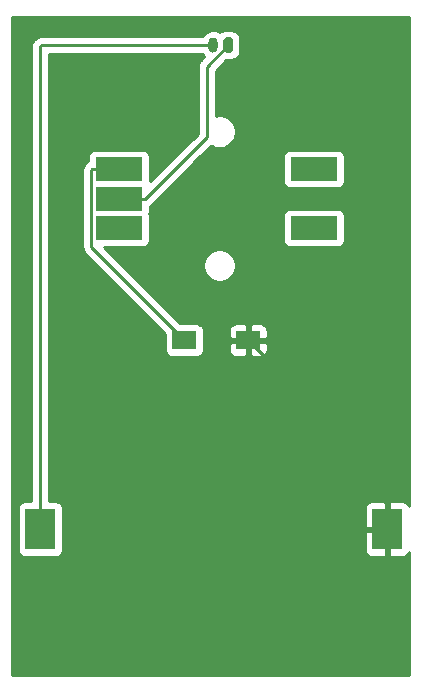
<source format=gbr>
%TF.GenerationSoftware,KiCad,Pcbnew,(5.1.10)-1*%
%TF.CreationDate,2022-04-29T17:39:29-06:00*%
%TF.ProjectId,CTRL,4354524c-2e6b-4696-9361-645f70636258,rev?*%
%TF.SameCoordinates,Original*%
%TF.FileFunction,Copper,L1,Top*%
%TF.FilePolarity,Positive*%
%FSLAX46Y46*%
G04 Gerber Fmt 4.6, Leading zero omitted, Abs format (unit mm)*
G04 Created by KiCad (PCBNEW (5.1.10)-1) date 2022-04-29 17:39:29*
%MOMM*%
%LPD*%
G01*
G04 APERTURE LIST*
%TA.AperFunction,SMDPad,CuDef*%
%ADD10R,2.000000X1.600000*%
%TD*%
%TA.AperFunction,SMDPad,CuDef*%
%ADD11R,4.000000X2.000000*%
%TD*%
%TA.AperFunction,ComponentPad*%
%ADD12O,0.800000X1.300000*%
%TD*%
%TA.AperFunction,SMDPad,CuDef*%
%ADD13R,2.540000X3.510000*%
%TD*%
%TA.AperFunction,Conductor*%
%ADD14C,0.250000*%
%TD*%
%TA.AperFunction,Conductor*%
%ADD15C,0.254000*%
%TD*%
%TA.AperFunction,Conductor*%
%ADD16C,0.100000*%
%TD*%
G04 APERTURE END LIST*
D10*
%TO.P,SW1,1*%
%TO.N,Net-(BT1-Pad1)*%
X120700000Y-78000000D03*
%TO.P,SW1,2*%
%TO.N,Net-(RV1-Pad1)*%
X115300000Y-78000000D03*
%TD*%
D11*
%TO.P,RV1,5*%
%TO.N,N/C*%
X126250000Y-68500000D03*
%TO.P,RV1,4*%
X126250000Y-63500000D03*
%TO.P,RV1,3*%
%TO.N,Net-(RV1-Pad3)*%
X109750000Y-68500000D03*
%TO.P,RV1,2*%
%TO.N,Net-(J2-Pad1)*%
X109750000Y-66000000D03*
%TO.P,RV1,1*%
%TO.N,Net-(RV1-Pad1)*%
X109750000Y-63500000D03*
%TD*%
D12*
%TO.P,J2,2*%
%TO.N,Net-(BT1-Pad2)*%
X117750000Y-53000000D03*
%TO.P,J2,1*%
%TO.N,Net-(J2-Pad1)*%
%TA.AperFunction,ComponentPad*%
G36*
G01*
X119400000Y-52550000D02*
X119400000Y-53450000D01*
G75*
G02*
X119200000Y-53650000I-200000J0D01*
G01*
X118800000Y-53650000D01*
G75*
G02*
X118600000Y-53450000I0J200000D01*
G01*
X118600000Y-52550000D01*
G75*
G02*
X118800000Y-52350000I200000J0D01*
G01*
X119200000Y-52350000D01*
G75*
G02*
X119400000Y-52550000I0J-200000D01*
G01*
G37*
%TD.AperFunction*%
%TD*%
D13*
%TO.P,BT1,2*%
%TO.N,Net-(BT1-Pad2)*%
X103100000Y-94000000D03*
%TO.P,BT1,1*%
%TO.N,Net-(BT1-Pad1)*%
X132460000Y-94000000D03*
%TD*%
D14*
%TO.N,Net-(BT1-Pad2)*%
X103100000Y-94000000D02*
X103100000Y-53100000D01*
X103200000Y-53000000D02*
X117750000Y-53000000D01*
X103100000Y-53100000D02*
X103200000Y-53000000D01*
%TO.N,Net-(BT1-Pad1)*%
X132460000Y-89760000D02*
X120700000Y-78000000D01*
X132460000Y-94000000D02*
X132460000Y-89760000D01*
%TO.N,Net-(J2-Pad1)*%
X119000000Y-53025318D02*
X119000000Y-53000000D01*
X117174999Y-54850319D02*
X119000000Y-53025318D01*
X117174999Y-60825001D02*
X117174999Y-54850319D01*
X112000000Y-66000000D02*
X117174999Y-60825001D01*
X109750000Y-66000000D02*
X112000000Y-66000000D01*
%TO.N,Net-(RV1-Pad1)*%
X107424999Y-70124999D02*
X115300000Y-78000000D01*
X107500000Y-63500000D02*
X107424999Y-63575001D01*
X107424999Y-63575001D02*
X107424999Y-70124999D01*
X109750000Y-63500000D02*
X107500000Y-63500000D01*
%TD*%
D15*
%TO.N,Net-(BT1-Pad1)*%
X134340001Y-92068395D02*
X134319502Y-92000820D01*
X134260537Y-91890506D01*
X134181185Y-91793815D01*
X134084494Y-91714463D01*
X133974180Y-91655498D01*
X133854482Y-91619188D01*
X133730000Y-91606928D01*
X132745750Y-91610000D01*
X132587000Y-91768750D01*
X132587000Y-93873000D01*
X132607000Y-93873000D01*
X132607000Y-94127000D01*
X132587000Y-94127000D01*
X132587000Y-96231250D01*
X132745750Y-96390000D01*
X133730000Y-96393072D01*
X133854482Y-96380812D01*
X133974180Y-96344502D01*
X134084494Y-96285537D01*
X134181185Y-96206185D01*
X134260537Y-96109494D01*
X134319502Y-95999180D01*
X134340001Y-95931605D01*
X134340001Y-106340000D01*
X100660000Y-106340000D01*
X100660000Y-92245000D01*
X101191928Y-92245000D01*
X101191928Y-95755000D01*
X101204188Y-95879482D01*
X101240498Y-95999180D01*
X101299463Y-96109494D01*
X101378815Y-96206185D01*
X101475506Y-96285537D01*
X101585820Y-96344502D01*
X101705518Y-96380812D01*
X101830000Y-96393072D01*
X104370000Y-96393072D01*
X104494482Y-96380812D01*
X104614180Y-96344502D01*
X104724494Y-96285537D01*
X104821185Y-96206185D01*
X104900537Y-96109494D01*
X104959502Y-95999180D01*
X104995812Y-95879482D01*
X105008072Y-95755000D01*
X130551928Y-95755000D01*
X130564188Y-95879482D01*
X130600498Y-95999180D01*
X130659463Y-96109494D01*
X130738815Y-96206185D01*
X130835506Y-96285537D01*
X130945820Y-96344502D01*
X131065518Y-96380812D01*
X131190000Y-96393072D01*
X132174250Y-96390000D01*
X132333000Y-96231250D01*
X132333000Y-94127000D01*
X130713750Y-94127000D01*
X130555000Y-94285750D01*
X130551928Y-95755000D01*
X105008072Y-95755000D01*
X105008072Y-92245000D01*
X130551928Y-92245000D01*
X130555000Y-93714250D01*
X130713750Y-93873000D01*
X132333000Y-93873000D01*
X132333000Y-91768750D01*
X132174250Y-91610000D01*
X131190000Y-91606928D01*
X131065518Y-91619188D01*
X130945820Y-91655498D01*
X130835506Y-91714463D01*
X130738815Y-91793815D01*
X130659463Y-91890506D01*
X130600498Y-92000820D01*
X130564188Y-92120518D01*
X130551928Y-92245000D01*
X105008072Y-92245000D01*
X104995812Y-92120518D01*
X104959502Y-92000820D01*
X104900537Y-91890506D01*
X104821185Y-91793815D01*
X104724494Y-91714463D01*
X104614180Y-91655498D01*
X104494482Y-91619188D01*
X104370000Y-91606928D01*
X103860000Y-91606928D01*
X103860000Y-53760000D01*
X116849028Y-53760000D01*
X116885266Y-53827797D01*
X116992299Y-53958218D01*
X116663997Y-54286520D01*
X116634999Y-54310318D01*
X116611201Y-54339316D01*
X116611200Y-54339317D01*
X116540025Y-54426043D01*
X116469453Y-54558073D01*
X116425997Y-54701334D01*
X116411323Y-54850319D01*
X116415000Y-54887651D01*
X116414999Y-60510199D01*
X112384016Y-64541183D01*
X112388072Y-64500000D01*
X112388072Y-62500000D01*
X112375812Y-62375518D01*
X112339502Y-62255820D01*
X112280537Y-62145506D01*
X112201185Y-62048815D01*
X112104494Y-61969463D01*
X111994180Y-61910498D01*
X111874482Y-61874188D01*
X111750000Y-61861928D01*
X107750000Y-61861928D01*
X107625518Y-61874188D01*
X107505820Y-61910498D01*
X107395506Y-61969463D01*
X107298815Y-62048815D01*
X107219463Y-62145506D01*
X107160498Y-62255820D01*
X107124188Y-62375518D01*
X107111928Y-62500000D01*
X107111928Y-62845674D01*
X107075724Y-62865026D01*
X106959999Y-62959999D01*
X106936199Y-62988999D01*
X106913999Y-63011199D01*
X106884998Y-63035000D01*
X106829870Y-63102175D01*
X106790025Y-63150725D01*
X106759543Y-63207753D01*
X106719453Y-63282755D01*
X106675996Y-63426016D01*
X106664999Y-63537669D01*
X106664999Y-63537679D01*
X106661323Y-63575001D01*
X106664999Y-63612324D01*
X106665000Y-70087667D01*
X106661323Y-70124999D01*
X106675997Y-70273984D01*
X106719453Y-70417245D01*
X106790025Y-70549275D01*
X106861200Y-70636001D01*
X106884999Y-70665000D01*
X106913997Y-70688798D01*
X113661928Y-77436730D01*
X113661928Y-78800000D01*
X113674188Y-78924482D01*
X113710498Y-79044180D01*
X113769463Y-79154494D01*
X113848815Y-79251185D01*
X113945506Y-79330537D01*
X114055820Y-79389502D01*
X114175518Y-79425812D01*
X114300000Y-79438072D01*
X116300000Y-79438072D01*
X116424482Y-79425812D01*
X116544180Y-79389502D01*
X116654494Y-79330537D01*
X116751185Y-79251185D01*
X116830537Y-79154494D01*
X116889502Y-79044180D01*
X116925812Y-78924482D01*
X116938072Y-78800000D01*
X119061928Y-78800000D01*
X119074188Y-78924482D01*
X119110498Y-79044180D01*
X119169463Y-79154494D01*
X119248815Y-79251185D01*
X119345506Y-79330537D01*
X119455820Y-79389502D01*
X119575518Y-79425812D01*
X119700000Y-79438072D01*
X120414250Y-79435000D01*
X120573000Y-79276250D01*
X120573000Y-78127000D01*
X120827000Y-78127000D01*
X120827000Y-79276250D01*
X120985750Y-79435000D01*
X121700000Y-79438072D01*
X121824482Y-79425812D01*
X121944180Y-79389502D01*
X122054494Y-79330537D01*
X122151185Y-79251185D01*
X122230537Y-79154494D01*
X122289502Y-79044180D01*
X122325812Y-78924482D01*
X122338072Y-78800000D01*
X122335000Y-78285750D01*
X122176250Y-78127000D01*
X120827000Y-78127000D01*
X120573000Y-78127000D01*
X119223750Y-78127000D01*
X119065000Y-78285750D01*
X119061928Y-78800000D01*
X116938072Y-78800000D01*
X116938072Y-77200000D01*
X119061928Y-77200000D01*
X119065000Y-77714250D01*
X119223750Y-77873000D01*
X120573000Y-77873000D01*
X120573000Y-76723750D01*
X120827000Y-76723750D01*
X120827000Y-77873000D01*
X122176250Y-77873000D01*
X122335000Y-77714250D01*
X122338072Y-77200000D01*
X122325812Y-77075518D01*
X122289502Y-76955820D01*
X122230537Y-76845506D01*
X122151185Y-76748815D01*
X122054494Y-76669463D01*
X121944180Y-76610498D01*
X121824482Y-76574188D01*
X121700000Y-76561928D01*
X120985750Y-76565000D01*
X120827000Y-76723750D01*
X120573000Y-76723750D01*
X120414250Y-76565000D01*
X119700000Y-76561928D01*
X119575518Y-76574188D01*
X119455820Y-76610498D01*
X119345506Y-76669463D01*
X119248815Y-76748815D01*
X119169463Y-76845506D01*
X119110498Y-76955820D01*
X119074188Y-77075518D01*
X119061928Y-77200000D01*
X116938072Y-77200000D01*
X116925812Y-77075518D01*
X116889502Y-76955820D01*
X116830537Y-76845506D01*
X116751185Y-76748815D01*
X116654494Y-76669463D01*
X116544180Y-76610498D01*
X116424482Y-76574188D01*
X116300000Y-76561928D01*
X114936730Y-76561928D01*
X109888391Y-71513589D01*
X116865000Y-71513589D01*
X116865000Y-71786411D01*
X116918225Y-72053989D01*
X117022629Y-72306043D01*
X117174201Y-72532886D01*
X117367114Y-72725799D01*
X117593957Y-72877371D01*
X117846011Y-72981775D01*
X118113589Y-73035000D01*
X118386411Y-73035000D01*
X118653989Y-72981775D01*
X118906043Y-72877371D01*
X119132886Y-72725799D01*
X119325799Y-72532886D01*
X119477371Y-72306043D01*
X119581775Y-72053989D01*
X119635000Y-71786411D01*
X119635000Y-71513589D01*
X119581775Y-71246011D01*
X119477371Y-70993957D01*
X119325799Y-70767114D01*
X119132886Y-70574201D01*
X118906043Y-70422629D01*
X118653989Y-70318225D01*
X118386411Y-70265000D01*
X118113589Y-70265000D01*
X117846011Y-70318225D01*
X117593957Y-70422629D01*
X117367114Y-70574201D01*
X117174201Y-70767114D01*
X117022629Y-70993957D01*
X116918225Y-71246011D01*
X116865000Y-71513589D01*
X109888391Y-71513589D01*
X108512873Y-70138072D01*
X111750000Y-70138072D01*
X111874482Y-70125812D01*
X111994180Y-70089502D01*
X112104494Y-70030537D01*
X112201185Y-69951185D01*
X112280537Y-69854494D01*
X112339502Y-69744180D01*
X112375812Y-69624482D01*
X112388072Y-69500000D01*
X112388072Y-67500000D01*
X123611928Y-67500000D01*
X123611928Y-69500000D01*
X123624188Y-69624482D01*
X123660498Y-69744180D01*
X123719463Y-69854494D01*
X123798815Y-69951185D01*
X123895506Y-70030537D01*
X124005820Y-70089502D01*
X124125518Y-70125812D01*
X124250000Y-70138072D01*
X128250000Y-70138072D01*
X128374482Y-70125812D01*
X128494180Y-70089502D01*
X128604494Y-70030537D01*
X128701185Y-69951185D01*
X128780537Y-69854494D01*
X128839502Y-69744180D01*
X128875812Y-69624482D01*
X128888072Y-69500000D01*
X128888072Y-67500000D01*
X128875812Y-67375518D01*
X128839502Y-67255820D01*
X128780537Y-67145506D01*
X128701185Y-67048815D01*
X128604494Y-66969463D01*
X128494180Y-66910498D01*
X128374482Y-66874188D01*
X128250000Y-66861928D01*
X124250000Y-66861928D01*
X124125518Y-66874188D01*
X124005820Y-66910498D01*
X123895506Y-66969463D01*
X123798815Y-67048815D01*
X123719463Y-67145506D01*
X123660498Y-67255820D01*
X123624188Y-67375518D01*
X123611928Y-67500000D01*
X112388072Y-67500000D01*
X112375812Y-67375518D01*
X112339502Y-67255820D01*
X112336391Y-67250000D01*
X112339502Y-67244180D01*
X112375812Y-67124482D01*
X112388072Y-67000000D01*
X112388072Y-66654326D01*
X112424276Y-66634974D01*
X112540001Y-66540001D01*
X112563804Y-66510997D01*
X116574801Y-62500000D01*
X123611928Y-62500000D01*
X123611928Y-64500000D01*
X123624188Y-64624482D01*
X123660498Y-64744180D01*
X123719463Y-64854494D01*
X123798815Y-64951185D01*
X123895506Y-65030537D01*
X124005820Y-65089502D01*
X124125518Y-65125812D01*
X124250000Y-65138072D01*
X128250000Y-65138072D01*
X128374482Y-65125812D01*
X128494180Y-65089502D01*
X128604494Y-65030537D01*
X128701185Y-64951185D01*
X128780537Y-64854494D01*
X128839502Y-64744180D01*
X128875812Y-64624482D01*
X128888072Y-64500000D01*
X128888072Y-62500000D01*
X128875812Y-62375518D01*
X128839502Y-62255820D01*
X128780537Y-62145506D01*
X128701185Y-62048815D01*
X128604494Y-61969463D01*
X128494180Y-61910498D01*
X128374482Y-61874188D01*
X128250000Y-61861928D01*
X124250000Y-61861928D01*
X124125518Y-61874188D01*
X124005820Y-61910498D01*
X123895506Y-61969463D01*
X123798815Y-62048815D01*
X123719463Y-62145506D01*
X123660498Y-62255820D01*
X123624188Y-62375518D01*
X123611928Y-62500000D01*
X116574801Y-62500000D01*
X117536094Y-61538708D01*
X117593957Y-61577371D01*
X117846011Y-61681775D01*
X118113589Y-61735000D01*
X118386411Y-61735000D01*
X118653989Y-61681775D01*
X118906043Y-61577371D01*
X119132886Y-61425799D01*
X119325799Y-61232886D01*
X119477371Y-61006043D01*
X119581775Y-60753989D01*
X119635000Y-60486411D01*
X119635000Y-60213589D01*
X119581775Y-59946011D01*
X119477371Y-59693957D01*
X119325799Y-59467114D01*
X119132886Y-59274201D01*
X118906043Y-59122629D01*
X118653989Y-59018225D01*
X118386411Y-58965000D01*
X118113589Y-58965000D01*
X117934999Y-59000524D01*
X117934999Y-55165120D01*
X118812048Y-54288072D01*
X119200000Y-54288072D01*
X119363500Y-54271969D01*
X119520716Y-54224278D01*
X119665608Y-54146831D01*
X119792606Y-54042606D01*
X119896831Y-53915608D01*
X119974278Y-53770716D01*
X120021969Y-53613500D01*
X120038072Y-53450000D01*
X120038072Y-52550000D01*
X120021969Y-52386500D01*
X119974278Y-52229284D01*
X119896831Y-52084392D01*
X119792606Y-51957394D01*
X119665608Y-51853169D01*
X119520716Y-51775722D01*
X119363500Y-51728031D01*
X119200000Y-51711928D01*
X118800000Y-51711928D01*
X118636500Y-51728031D01*
X118479284Y-51775722D01*
X118334392Y-51853169D01*
X118308106Y-51874741D01*
X118147993Y-51789159D01*
X117952895Y-51729976D01*
X117750000Y-51709993D01*
X117547106Y-51729976D01*
X117352008Y-51789159D01*
X117172204Y-51885266D01*
X117014605Y-52014604D01*
X116885267Y-52172203D01*
X116849028Y-52240000D01*
X103237322Y-52240000D01*
X103199999Y-52236324D01*
X103162677Y-52240000D01*
X103162667Y-52240000D01*
X103051014Y-52250997D01*
X102907753Y-52294454D01*
X102775724Y-52365026D01*
X102659999Y-52459999D01*
X102636196Y-52489003D01*
X102588998Y-52536201D01*
X102560000Y-52559999D01*
X102536202Y-52588997D01*
X102536201Y-52588998D01*
X102465026Y-52675724D01*
X102394454Y-52807754D01*
X102350998Y-52951015D01*
X102336324Y-53100000D01*
X102340001Y-53137333D01*
X102340000Y-91606928D01*
X101830000Y-91606928D01*
X101705518Y-91619188D01*
X101585820Y-91655498D01*
X101475506Y-91714463D01*
X101378815Y-91793815D01*
X101299463Y-91890506D01*
X101240498Y-92000820D01*
X101204188Y-92120518D01*
X101191928Y-92245000D01*
X100660000Y-92245000D01*
X100660000Y-50660000D01*
X134340000Y-50660000D01*
X134340001Y-92068395D01*
%TA.AperFunction,Conductor*%
D16*
G36*
X134340001Y-92068395D02*
G01*
X134319502Y-92000820D01*
X134260537Y-91890506D01*
X134181185Y-91793815D01*
X134084494Y-91714463D01*
X133974180Y-91655498D01*
X133854482Y-91619188D01*
X133730000Y-91606928D01*
X132745750Y-91610000D01*
X132587000Y-91768750D01*
X132587000Y-93873000D01*
X132607000Y-93873000D01*
X132607000Y-94127000D01*
X132587000Y-94127000D01*
X132587000Y-96231250D01*
X132745750Y-96390000D01*
X133730000Y-96393072D01*
X133854482Y-96380812D01*
X133974180Y-96344502D01*
X134084494Y-96285537D01*
X134181185Y-96206185D01*
X134260537Y-96109494D01*
X134319502Y-95999180D01*
X134340001Y-95931605D01*
X134340001Y-106340000D01*
X100660000Y-106340000D01*
X100660000Y-92245000D01*
X101191928Y-92245000D01*
X101191928Y-95755000D01*
X101204188Y-95879482D01*
X101240498Y-95999180D01*
X101299463Y-96109494D01*
X101378815Y-96206185D01*
X101475506Y-96285537D01*
X101585820Y-96344502D01*
X101705518Y-96380812D01*
X101830000Y-96393072D01*
X104370000Y-96393072D01*
X104494482Y-96380812D01*
X104614180Y-96344502D01*
X104724494Y-96285537D01*
X104821185Y-96206185D01*
X104900537Y-96109494D01*
X104959502Y-95999180D01*
X104995812Y-95879482D01*
X105008072Y-95755000D01*
X130551928Y-95755000D01*
X130564188Y-95879482D01*
X130600498Y-95999180D01*
X130659463Y-96109494D01*
X130738815Y-96206185D01*
X130835506Y-96285537D01*
X130945820Y-96344502D01*
X131065518Y-96380812D01*
X131190000Y-96393072D01*
X132174250Y-96390000D01*
X132333000Y-96231250D01*
X132333000Y-94127000D01*
X130713750Y-94127000D01*
X130555000Y-94285750D01*
X130551928Y-95755000D01*
X105008072Y-95755000D01*
X105008072Y-92245000D01*
X130551928Y-92245000D01*
X130555000Y-93714250D01*
X130713750Y-93873000D01*
X132333000Y-93873000D01*
X132333000Y-91768750D01*
X132174250Y-91610000D01*
X131190000Y-91606928D01*
X131065518Y-91619188D01*
X130945820Y-91655498D01*
X130835506Y-91714463D01*
X130738815Y-91793815D01*
X130659463Y-91890506D01*
X130600498Y-92000820D01*
X130564188Y-92120518D01*
X130551928Y-92245000D01*
X105008072Y-92245000D01*
X104995812Y-92120518D01*
X104959502Y-92000820D01*
X104900537Y-91890506D01*
X104821185Y-91793815D01*
X104724494Y-91714463D01*
X104614180Y-91655498D01*
X104494482Y-91619188D01*
X104370000Y-91606928D01*
X103860000Y-91606928D01*
X103860000Y-53760000D01*
X116849028Y-53760000D01*
X116885266Y-53827797D01*
X116992299Y-53958218D01*
X116663997Y-54286520D01*
X116634999Y-54310318D01*
X116611201Y-54339316D01*
X116611200Y-54339317D01*
X116540025Y-54426043D01*
X116469453Y-54558073D01*
X116425997Y-54701334D01*
X116411323Y-54850319D01*
X116415000Y-54887651D01*
X116414999Y-60510199D01*
X112384016Y-64541183D01*
X112388072Y-64500000D01*
X112388072Y-62500000D01*
X112375812Y-62375518D01*
X112339502Y-62255820D01*
X112280537Y-62145506D01*
X112201185Y-62048815D01*
X112104494Y-61969463D01*
X111994180Y-61910498D01*
X111874482Y-61874188D01*
X111750000Y-61861928D01*
X107750000Y-61861928D01*
X107625518Y-61874188D01*
X107505820Y-61910498D01*
X107395506Y-61969463D01*
X107298815Y-62048815D01*
X107219463Y-62145506D01*
X107160498Y-62255820D01*
X107124188Y-62375518D01*
X107111928Y-62500000D01*
X107111928Y-62845674D01*
X107075724Y-62865026D01*
X106959999Y-62959999D01*
X106936199Y-62988999D01*
X106913999Y-63011199D01*
X106884998Y-63035000D01*
X106829870Y-63102175D01*
X106790025Y-63150725D01*
X106759543Y-63207753D01*
X106719453Y-63282755D01*
X106675996Y-63426016D01*
X106664999Y-63537669D01*
X106664999Y-63537679D01*
X106661323Y-63575001D01*
X106664999Y-63612324D01*
X106665000Y-70087667D01*
X106661323Y-70124999D01*
X106675997Y-70273984D01*
X106719453Y-70417245D01*
X106790025Y-70549275D01*
X106861200Y-70636001D01*
X106884999Y-70665000D01*
X106913997Y-70688798D01*
X113661928Y-77436730D01*
X113661928Y-78800000D01*
X113674188Y-78924482D01*
X113710498Y-79044180D01*
X113769463Y-79154494D01*
X113848815Y-79251185D01*
X113945506Y-79330537D01*
X114055820Y-79389502D01*
X114175518Y-79425812D01*
X114300000Y-79438072D01*
X116300000Y-79438072D01*
X116424482Y-79425812D01*
X116544180Y-79389502D01*
X116654494Y-79330537D01*
X116751185Y-79251185D01*
X116830537Y-79154494D01*
X116889502Y-79044180D01*
X116925812Y-78924482D01*
X116938072Y-78800000D01*
X119061928Y-78800000D01*
X119074188Y-78924482D01*
X119110498Y-79044180D01*
X119169463Y-79154494D01*
X119248815Y-79251185D01*
X119345506Y-79330537D01*
X119455820Y-79389502D01*
X119575518Y-79425812D01*
X119700000Y-79438072D01*
X120414250Y-79435000D01*
X120573000Y-79276250D01*
X120573000Y-78127000D01*
X120827000Y-78127000D01*
X120827000Y-79276250D01*
X120985750Y-79435000D01*
X121700000Y-79438072D01*
X121824482Y-79425812D01*
X121944180Y-79389502D01*
X122054494Y-79330537D01*
X122151185Y-79251185D01*
X122230537Y-79154494D01*
X122289502Y-79044180D01*
X122325812Y-78924482D01*
X122338072Y-78800000D01*
X122335000Y-78285750D01*
X122176250Y-78127000D01*
X120827000Y-78127000D01*
X120573000Y-78127000D01*
X119223750Y-78127000D01*
X119065000Y-78285750D01*
X119061928Y-78800000D01*
X116938072Y-78800000D01*
X116938072Y-77200000D01*
X119061928Y-77200000D01*
X119065000Y-77714250D01*
X119223750Y-77873000D01*
X120573000Y-77873000D01*
X120573000Y-76723750D01*
X120827000Y-76723750D01*
X120827000Y-77873000D01*
X122176250Y-77873000D01*
X122335000Y-77714250D01*
X122338072Y-77200000D01*
X122325812Y-77075518D01*
X122289502Y-76955820D01*
X122230537Y-76845506D01*
X122151185Y-76748815D01*
X122054494Y-76669463D01*
X121944180Y-76610498D01*
X121824482Y-76574188D01*
X121700000Y-76561928D01*
X120985750Y-76565000D01*
X120827000Y-76723750D01*
X120573000Y-76723750D01*
X120414250Y-76565000D01*
X119700000Y-76561928D01*
X119575518Y-76574188D01*
X119455820Y-76610498D01*
X119345506Y-76669463D01*
X119248815Y-76748815D01*
X119169463Y-76845506D01*
X119110498Y-76955820D01*
X119074188Y-77075518D01*
X119061928Y-77200000D01*
X116938072Y-77200000D01*
X116925812Y-77075518D01*
X116889502Y-76955820D01*
X116830537Y-76845506D01*
X116751185Y-76748815D01*
X116654494Y-76669463D01*
X116544180Y-76610498D01*
X116424482Y-76574188D01*
X116300000Y-76561928D01*
X114936730Y-76561928D01*
X109888391Y-71513589D01*
X116865000Y-71513589D01*
X116865000Y-71786411D01*
X116918225Y-72053989D01*
X117022629Y-72306043D01*
X117174201Y-72532886D01*
X117367114Y-72725799D01*
X117593957Y-72877371D01*
X117846011Y-72981775D01*
X118113589Y-73035000D01*
X118386411Y-73035000D01*
X118653989Y-72981775D01*
X118906043Y-72877371D01*
X119132886Y-72725799D01*
X119325799Y-72532886D01*
X119477371Y-72306043D01*
X119581775Y-72053989D01*
X119635000Y-71786411D01*
X119635000Y-71513589D01*
X119581775Y-71246011D01*
X119477371Y-70993957D01*
X119325799Y-70767114D01*
X119132886Y-70574201D01*
X118906043Y-70422629D01*
X118653989Y-70318225D01*
X118386411Y-70265000D01*
X118113589Y-70265000D01*
X117846011Y-70318225D01*
X117593957Y-70422629D01*
X117367114Y-70574201D01*
X117174201Y-70767114D01*
X117022629Y-70993957D01*
X116918225Y-71246011D01*
X116865000Y-71513589D01*
X109888391Y-71513589D01*
X108512873Y-70138072D01*
X111750000Y-70138072D01*
X111874482Y-70125812D01*
X111994180Y-70089502D01*
X112104494Y-70030537D01*
X112201185Y-69951185D01*
X112280537Y-69854494D01*
X112339502Y-69744180D01*
X112375812Y-69624482D01*
X112388072Y-69500000D01*
X112388072Y-67500000D01*
X123611928Y-67500000D01*
X123611928Y-69500000D01*
X123624188Y-69624482D01*
X123660498Y-69744180D01*
X123719463Y-69854494D01*
X123798815Y-69951185D01*
X123895506Y-70030537D01*
X124005820Y-70089502D01*
X124125518Y-70125812D01*
X124250000Y-70138072D01*
X128250000Y-70138072D01*
X128374482Y-70125812D01*
X128494180Y-70089502D01*
X128604494Y-70030537D01*
X128701185Y-69951185D01*
X128780537Y-69854494D01*
X128839502Y-69744180D01*
X128875812Y-69624482D01*
X128888072Y-69500000D01*
X128888072Y-67500000D01*
X128875812Y-67375518D01*
X128839502Y-67255820D01*
X128780537Y-67145506D01*
X128701185Y-67048815D01*
X128604494Y-66969463D01*
X128494180Y-66910498D01*
X128374482Y-66874188D01*
X128250000Y-66861928D01*
X124250000Y-66861928D01*
X124125518Y-66874188D01*
X124005820Y-66910498D01*
X123895506Y-66969463D01*
X123798815Y-67048815D01*
X123719463Y-67145506D01*
X123660498Y-67255820D01*
X123624188Y-67375518D01*
X123611928Y-67500000D01*
X112388072Y-67500000D01*
X112375812Y-67375518D01*
X112339502Y-67255820D01*
X112336391Y-67250000D01*
X112339502Y-67244180D01*
X112375812Y-67124482D01*
X112388072Y-67000000D01*
X112388072Y-66654326D01*
X112424276Y-66634974D01*
X112540001Y-66540001D01*
X112563804Y-66510997D01*
X116574801Y-62500000D01*
X123611928Y-62500000D01*
X123611928Y-64500000D01*
X123624188Y-64624482D01*
X123660498Y-64744180D01*
X123719463Y-64854494D01*
X123798815Y-64951185D01*
X123895506Y-65030537D01*
X124005820Y-65089502D01*
X124125518Y-65125812D01*
X124250000Y-65138072D01*
X128250000Y-65138072D01*
X128374482Y-65125812D01*
X128494180Y-65089502D01*
X128604494Y-65030537D01*
X128701185Y-64951185D01*
X128780537Y-64854494D01*
X128839502Y-64744180D01*
X128875812Y-64624482D01*
X128888072Y-64500000D01*
X128888072Y-62500000D01*
X128875812Y-62375518D01*
X128839502Y-62255820D01*
X128780537Y-62145506D01*
X128701185Y-62048815D01*
X128604494Y-61969463D01*
X128494180Y-61910498D01*
X128374482Y-61874188D01*
X128250000Y-61861928D01*
X124250000Y-61861928D01*
X124125518Y-61874188D01*
X124005820Y-61910498D01*
X123895506Y-61969463D01*
X123798815Y-62048815D01*
X123719463Y-62145506D01*
X123660498Y-62255820D01*
X123624188Y-62375518D01*
X123611928Y-62500000D01*
X116574801Y-62500000D01*
X117536094Y-61538708D01*
X117593957Y-61577371D01*
X117846011Y-61681775D01*
X118113589Y-61735000D01*
X118386411Y-61735000D01*
X118653989Y-61681775D01*
X118906043Y-61577371D01*
X119132886Y-61425799D01*
X119325799Y-61232886D01*
X119477371Y-61006043D01*
X119581775Y-60753989D01*
X119635000Y-60486411D01*
X119635000Y-60213589D01*
X119581775Y-59946011D01*
X119477371Y-59693957D01*
X119325799Y-59467114D01*
X119132886Y-59274201D01*
X118906043Y-59122629D01*
X118653989Y-59018225D01*
X118386411Y-58965000D01*
X118113589Y-58965000D01*
X117934999Y-59000524D01*
X117934999Y-55165120D01*
X118812048Y-54288072D01*
X119200000Y-54288072D01*
X119363500Y-54271969D01*
X119520716Y-54224278D01*
X119665608Y-54146831D01*
X119792606Y-54042606D01*
X119896831Y-53915608D01*
X119974278Y-53770716D01*
X120021969Y-53613500D01*
X120038072Y-53450000D01*
X120038072Y-52550000D01*
X120021969Y-52386500D01*
X119974278Y-52229284D01*
X119896831Y-52084392D01*
X119792606Y-51957394D01*
X119665608Y-51853169D01*
X119520716Y-51775722D01*
X119363500Y-51728031D01*
X119200000Y-51711928D01*
X118800000Y-51711928D01*
X118636500Y-51728031D01*
X118479284Y-51775722D01*
X118334392Y-51853169D01*
X118308106Y-51874741D01*
X118147993Y-51789159D01*
X117952895Y-51729976D01*
X117750000Y-51709993D01*
X117547106Y-51729976D01*
X117352008Y-51789159D01*
X117172204Y-51885266D01*
X117014605Y-52014604D01*
X116885267Y-52172203D01*
X116849028Y-52240000D01*
X103237322Y-52240000D01*
X103199999Y-52236324D01*
X103162677Y-52240000D01*
X103162667Y-52240000D01*
X103051014Y-52250997D01*
X102907753Y-52294454D01*
X102775724Y-52365026D01*
X102659999Y-52459999D01*
X102636196Y-52489003D01*
X102588998Y-52536201D01*
X102560000Y-52559999D01*
X102536202Y-52588997D01*
X102536201Y-52588998D01*
X102465026Y-52675724D01*
X102394454Y-52807754D01*
X102350998Y-52951015D01*
X102336324Y-53100000D01*
X102340001Y-53137333D01*
X102340000Y-91606928D01*
X101830000Y-91606928D01*
X101705518Y-91619188D01*
X101585820Y-91655498D01*
X101475506Y-91714463D01*
X101378815Y-91793815D01*
X101299463Y-91890506D01*
X101240498Y-92000820D01*
X101204188Y-92120518D01*
X101191928Y-92245000D01*
X100660000Y-92245000D01*
X100660000Y-50660000D01*
X134340000Y-50660000D01*
X134340001Y-92068395D01*
G37*
%TD.AperFunction*%
%TD*%
M02*

</source>
